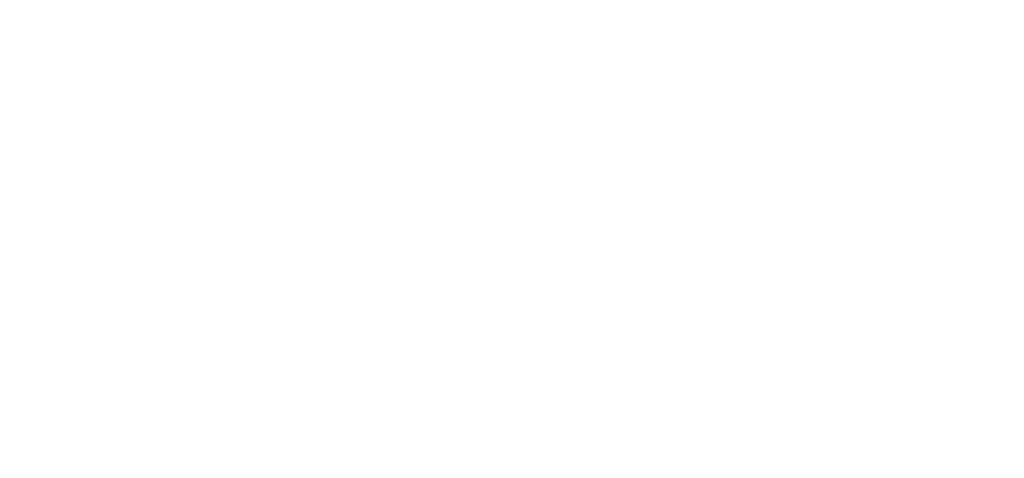
<source format=kicad_pcb>
(kicad_pcb (version 20240108) (generator pcbnew)
  (layers (0 "F.Cu" signal) (31 "B.Cu" signal) (34 "B.Paste" user) (35 "F.Paste" user) (36 "B.SilkS" user "B.Silkscreen") (37 "F.SilkS" user "F.Silkscreen") (38 "B.Mask" user) (39 "F.Mask" user) (44 "Edge.Cuts" user))
  (net 0 "")
  (footprint "MountingHole_6mm_Pad_Via" (layer "F.Cu") (at 0 0)
    (property "Reference" "REF**")
    (property "Value" "MountingHole_6mm_Pad_Via")
    (pad "1" thru_hole circle (at -4.5 0) (size 0.9 0.9) (drill 0.6) (layers *.Cu *.Mask) (remove_unused_layers))
    (pad "1" thru_hole circle (at -3.181981 -3.181981) (size 0.9 0.9) (drill 0.6) (layers *.Cu *.Mask) (remove_unused_layers))
    (pad "1" thru_hole circle (at -3.181981 3.181981) (size 0.9 0.9) (drill 0.6) (layers *.Cu *.Mask) (remove_unused_layers))
    (pad "1" thru_hole circle (at 0 -4.5) (size 0.9 0.9) (drill 0.6) (layers *.Cu *.Mask) (remove_unused_layers))
    (pad "1" thru_hole circle (at 0 0) (size 12 12) (drill 6) (layers *.Cu *.Mask) (remove_unused_layers))
    (pad "1" thru_hole circle (at 0 4.5) (size 0.9 0.9) (drill 0.6) (layers *.Cu *.Mask) (remove_unused_layers))
    (pad "1" thru_hole circle (at 3.181981 -3.181981) (size 0.9 0.9) (drill 0.6) (layers *.Cu *.Mask) (remove_unused_layers))
    (pad "1" thru_hole circle (at 3.181981 3.181981) (size 0.9 0.9) (drill 0.6) (layers *.Cu *.Mask) (remove_unused_layers))
    (pad "1" thru_hole circle (at 4.5 0) (size 0.9 0.9) (drill 0.6) (layers *.Cu *.Mask) (remove_unused_layers))
  )
)
</source>
